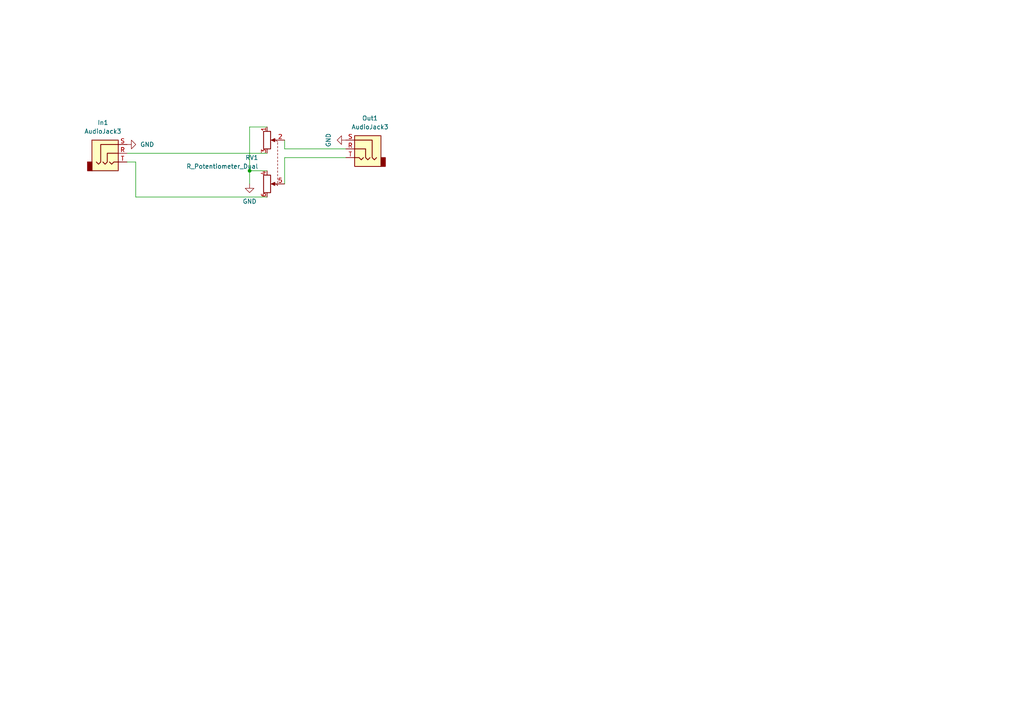
<source format=kicad_sch>
(kicad_sch
	(version 20231120)
	(generator "eeschema")
	(generator_version "8.0")
	(uuid "8d27639f-e7ce-4911-832a-6b03487c1d69")
	(paper "A4")
	(lib_symbols
		(symbol "Connector_Audio:AudioJack3"
			(exclude_from_sim no)
			(in_bom yes)
			(on_board yes)
			(property "Reference" "J"
				(at 0 8.89 0)
				(effects
					(font
						(size 1.27 1.27)
					)
				)
			)
			(property "Value" "AudioJack3"
				(at 0 6.35 0)
				(effects
					(font
						(size 1.27 1.27)
					)
				)
			)
			(property "Footprint" ""
				(at 0 0 0)
				(effects
					(font
						(size 1.27 1.27)
					)
					(hide yes)
				)
			)
			(property "Datasheet" "~"
				(at 0 0 0)
				(effects
					(font
						(size 1.27 1.27)
					)
					(hide yes)
				)
			)
			(property "Description" "Audio Jack, 3 Poles (Stereo / TRS)"
				(at 0 0 0)
				(effects
					(font
						(size 1.27 1.27)
					)
					(hide yes)
				)
			)
			(property "ki_keywords" "audio jack receptacle stereo headphones phones TRS connector"
				(at 0 0 0)
				(effects
					(font
						(size 1.27 1.27)
					)
					(hide yes)
				)
			)
			(property "ki_fp_filters" "Jack*"
				(at 0 0 0)
				(effects
					(font
						(size 1.27 1.27)
					)
					(hide yes)
				)
			)
			(symbol "AudioJack3_0_1"
				(rectangle
					(start -5.08 -5.08)
					(end -6.35 -2.54)
					(stroke
						(width 0.254)
						(type default)
					)
					(fill
						(type outline)
					)
				)
				(polyline
					(pts
						(xy 0 -2.54) (xy 0.635 -3.175) (xy 1.27 -2.54) (xy 2.54 -2.54)
					)
					(stroke
						(width 0.254)
						(type default)
					)
					(fill
						(type none)
					)
				)
				(polyline
					(pts
						(xy -1.905 -2.54) (xy -1.27 -3.175) (xy -0.635 -2.54) (xy -0.635 0) (xy 2.54 0)
					)
					(stroke
						(width 0.254)
						(type default)
					)
					(fill
						(type none)
					)
				)
				(polyline
					(pts
						(xy 2.54 2.54) (xy -2.54 2.54) (xy -2.54 -2.54) (xy -3.175 -3.175) (xy -3.81 -2.54)
					)
					(stroke
						(width 0.254)
						(type default)
					)
					(fill
						(type none)
					)
				)
				(rectangle
					(start 2.54 3.81)
					(end -5.08 -5.08)
					(stroke
						(width 0.254)
						(type default)
					)
					(fill
						(type background)
					)
				)
			)
			(symbol "AudioJack3_1_1"
				(pin passive line
					(at 5.08 0 180)
					(length 2.54)
					(name "~"
						(effects
							(font
								(size 1.27 1.27)
							)
						)
					)
					(number "R"
						(effects
							(font
								(size 1.27 1.27)
							)
						)
					)
				)
				(pin passive line
					(at 5.08 2.54 180)
					(length 2.54)
					(name "~"
						(effects
							(font
								(size 1.27 1.27)
							)
						)
					)
					(number "S"
						(effects
							(font
								(size 1.27 1.27)
							)
						)
					)
				)
				(pin passive line
					(at 5.08 -2.54 180)
					(length 2.54)
					(name "~"
						(effects
							(font
								(size 1.27 1.27)
							)
						)
					)
					(number "T"
						(effects
							(font
								(size 1.27 1.27)
							)
						)
					)
				)
			)
		)
		(symbol "Device:R_Potentiometer_Dual"
			(pin_names
				(offset 1.016) hide)
			(exclude_from_sim no)
			(in_bom yes)
			(on_board yes)
			(property "Reference" "RV"
				(at 0 3.81 0)
				(effects
					(font
						(size 1.27 1.27)
					)
				)
			)
			(property "Value" "R_Potentiometer_Dual"
				(at 0 1.905 0)
				(effects
					(font
						(size 1.27 1.27)
					)
				)
			)
			(property "Footprint" ""
				(at 6.35 -1.905 0)
				(effects
					(font
						(size 1.27 1.27)
					)
					(hide yes)
				)
			)
			(property "Datasheet" "~"
				(at 6.35 -1.905 0)
				(effects
					(font
						(size 1.27 1.27)
					)
					(hide yes)
				)
			)
			(property "Description" "Dual potentiometer"
				(at 0 0 0)
				(effects
					(font
						(size 1.27 1.27)
					)
					(hide yes)
				)
			)
			(property "ki_keywords" "resistor variable"
				(at 0 0 0)
				(effects
					(font
						(size 1.27 1.27)
					)
					(hide yes)
				)
			)
			(property "ki_fp_filters" "Potentiometer*"
				(at 0 0 0)
				(effects
					(font
						(size 1.27 1.27)
					)
					(hide yes)
				)
			)
			(symbol "R_Potentiometer_Dual_0_1"
				(rectangle
					(start -8.89 -1.524)
					(end -3.81 -3.556)
					(stroke
						(width 0.254)
						(type default)
					)
					(fill
						(type none)
					)
				)
				(polyline
					(pts
						(xy -6.35 0) (xy -6.35 -1.016)
					)
					(stroke
						(width 0)
						(type default)
					)
					(fill
						(type none)
					)
				)
				(polyline
					(pts
						(xy -6.35 0) (xy -6.35 -1.016)
					)
					(stroke
						(width 0)
						(type default)
					)
					(fill
						(type none)
					)
				)
				(polyline
					(pts
						(xy -6.35 0) (xy -5.842 0.508)
					)
					(stroke
						(width 0)
						(type default)
					)
					(fill
						(type none)
					)
				)
				(polyline
					(pts
						(xy -5.588 0.508) (xy -5.08 0.508)
					)
					(stroke
						(width 0)
						(type default)
					)
					(fill
						(type none)
					)
				)
				(polyline
					(pts
						(xy -4.572 0.508) (xy -4.064 0.508)
					)
					(stroke
						(width 0)
						(type default)
					)
					(fill
						(type none)
					)
				)
				(polyline
					(pts
						(xy -3.556 0.508) (xy -3.048 0.508)
					)
					(stroke
						(width 0)
						(type default)
					)
					(fill
						(type none)
					)
				)
				(polyline
					(pts
						(xy -2.54 0.508) (xy -2.032 0.508)
					)
					(stroke
						(width 0)
						(type default)
					)
					(fill
						(type none)
					)
				)
				(polyline
					(pts
						(xy -1.524 0.508) (xy -1.016 0.508)
					)
					(stroke
						(width 0)
						(type default)
					)
					(fill
						(type none)
					)
				)
				(polyline
					(pts
						(xy -0.508 0.508) (xy 0 0.508)
					)
					(stroke
						(width 0)
						(type default)
					)
					(fill
						(type none)
					)
				)
				(polyline
					(pts
						(xy 0.508 0.508) (xy 1.016 0.508)
					)
					(stroke
						(width 0)
						(type default)
					)
					(fill
						(type none)
					)
				)
				(polyline
					(pts
						(xy 1.524 0.508) (xy 2.032 0.508)
					)
					(stroke
						(width 0)
						(type default)
					)
					(fill
						(type none)
					)
				)
				(polyline
					(pts
						(xy 2.54 0.508) (xy 3.048 0.508)
					)
					(stroke
						(width 0)
						(type default)
					)
					(fill
						(type none)
					)
				)
				(polyline
					(pts
						(xy 3.556 0.508) (xy 4.064 0.508)
					)
					(stroke
						(width 0)
						(type default)
					)
					(fill
						(type none)
					)
				)
				(polyline
					(pts
						(xy 4.572 0.508) (xy 5.08 0.508)
					)
					(stroke
						(width 0)
						(type default)
					)
					(fill
						(type none)
					)
				)
				(polyline
					(pts
						(xy 5.588 0.508) (xy 6.096 0.508)
					)
					(stroke
						(width 0)
						(type default)
					)
					(fill
						(type none)
					)
				)
				(polyline
					(pts
						(xy 6.35 0) (xy 6.35 -1.016)
					)
					(stroke
						(width 0)
						(type default)
					)
					(fill
						(type none)
					)
				)
				(polyline
					(pts
						(xy 6.35 0) (xy 6.35 -1.016)
					)
					(stroke
						(width 0)
						(type default)
					)
					(fill
						(type none)
					)
				)
				(polyline
					(pts
						(xy 6.604 0.508) (xy 6.858 0.508) (xy 6.35 0)
					)
					(stroke
						(width 0)
						(type default)
					)
					(fill
						(type none)
					)
				)
				(polyline
					(pts
						(xy -6.35 -1.397) (xy -6.858 -0.254) (xy -5.842 -0.254) (xy -6.35 -1.397)
					)
					(stroke
						(width 0)
						(type default)
					)
					(fill
						(type outline)
					)
				)
				(polyline
					(pts
						(xy 6.35 -1.397) (xy 5.842 -0.254) (xy 6.858 -0.254) (xy 6.35 -1.397)
					)
					(stroke
						(width 0)
						(type default)
					)
					(fill
						(type outline)
					)
				)
				(rectangle
					(start 3.81 -1.524)
					(end 8.89 -3.556)
					(stroke
						(width 0.254)
						(type default)
					)
					(fill
						(type none)
					)
				)
			)
			(symbol "R_Potentiometer_Dual_1_1"
				(pin passive line
					(at -10.16 -2.54 0)
					(length 1.27)
					(name "1"
						(effects
							(font
								(size 1.27 1.27)
							)
						)
					)
					(number "1"
						(effects
							(font
								(size 1.27 1.27)
							)
						)
					)
				)
				(pin passive line
					(at -6.35 2.54 270)
					(length 2.54)
					(name "2"
						(effects
							(font
								(size 1.27 1.27)
							)
						)
					)
					(number "2"
						(effects
							(font
								(size 1.27 1.27)
							)
						)
					)
				)
				(pin passive line
					(at -2.54 -2.54 180)
					(length 1.27)
					(name "3"
						(effects
							(font
								(size 1.27 1.27)
							)
						)
					)
					(number "3"
						(effects
							(font
								(size 1.27 1.27)
							)
						)
					)
				)
				(pin passive line
					(at 2.54 -2.54 0)
					(length 1.27)
					(name "4"
						(effects
							(font
								(size 1.27 1.27)
							)
						)
					)
					(number "4"
						(effects
							(font
								(size 1.27 1.27)
							)
						)
					)
				)
				(pin passive line
					(at 6.35 2.54 270)
					(length 2.54)
					(name "5"
						(effects
							(font
								(size 1.27 1.27)
							)
						)
					)
					(number "5"
						(effects
							(font
								(size 1.27 1.27)
							)
						)
					)
				)
				(pin passive line
					(at 10.16 -2.54 180)
					(length 1.27)
					(name "6"
						(effects
							(font
								(size 1.27 1.27)
							)
						)
					)
					(number "6"
						(effects
							(font
								(size 1.27 1.27)
							)
						)
					)
				)
			)
		)
		(symbol "PCM_4ms_Power-symbol:GND"
			(power)
			(pin_names
				(offset 0)
			)
			(exclude_from_sim no)
			(in_bom yes)
			(on_board yes)
			(property "Reference" "#PWR"
				(at 0 -6.35 0)
				(effects
					(font
						(size 1.27 1.27)
					)
					(hide yes)
				)
			)
			(property "Value" "GND"
				(at 0 -3.81 0)
				(effects
					(font
						(size 1.27 1.27)
					)
				)
			)
			(property "Footprint" ""
				(at 0 0 0)
				(effects
					(font
						(size 1.27 1.27)
					)
					(hide yes)
				)
			)
			(property "Datasheet" ""
				(at 0 0 0)
				(effects
					(font
						(size 1.27 1.27)
					)
					(hide yes)
				)
			)
			(property "Description" ""
				(at 0 0 0)
				(effects
					(font
						(size 1.27 1.27)
					)
					(hide yes)
				)
			)
			(symbol "GND_0_1"
				(polyline
					(pts
						(xy 0 0) (xy 0 -1.27) (xy 1.27 -1.27) (xy 0 -2.54) (xy -1.27 -1.27) (xy 0 -1.27)
					)
					(stroke
						(width 0)
						(type default)
					)
					(fill
						(type none)
					)
				)
			)
			(symbol "GND_1_1"
				(pin power_in line
					(at 0 0 270)
					(length 0) hide
					(name "GND"
						(effects
							(font
								(size 1.27 1.27)
							)
						)
					)
					(number "1"
						(effects
							(font
								(size 1.27 1.27)
							)
						)
					)
				)
			)
		)
	)
	(junction
		(at 72.39 49.53)
		(diameter 0)
		(color 0 0 0 0)
		(uuid "be154840-52ee-4ed0-9b64-3b645532c2fc")
	)
	(wire
		(pts
			(xy 82.55 45.72) (xy 100.33 45.72)
		)
		(stroke
			(width 0)
			(type default)
		)
		(uuid "14f8c075-0206-4eb4-8bb1-351e912f3611")
	)
	(wire
		(pts
			(xy 39.37 57.15) (xy 77.47 57.15)
		)
		(stroke
			(width 0)
			(type default)
		)
		(uuid "32522191-1fea-46e9-9035-afbf9d1eef64")
	)
	(wire
		(pts
			(xy 39.37 46.99) (xy 39.37 57.15)
		)
		(stroke
			(width 0)
			(type default)
		)
		(uuid "3ae6395f-f2a1-4674-9d92-1ee6686e8029")
	)
	(wire
		(pts
			(xy 82.55 43.18) (xy 100.33 43.18)
		)
		(stroke
			(width 0)
			(type default)
		)
		(uuid "3c0784d2-47d0-498c-b1aa-642b670e7f4b")
	)
	(wire
		(pts
			(xy 77.47 36.83) (xy 72.39 36.83)
		)
		(stroke
			(width 0)
			(type default)
		)
		(uuid "5ed4269e-0180-4113-bda4-249dd2f6954a")
	)
	(wire
		(pts
			(xy 77.47 49.53) (xy 72.39 49.53)
		)
		(stroke
			(width 0)
			(type default)
		)
		(uuid "8866254b-577f-41f2-b32e-f4e369389163")
	)
	(wire
		(pts
			(xy 72.39 36.83) (xy 72.39 49.53)
		)
		(stroke
			(width 0)
			(type default)
		)
		(uuid "a7a89ecd-5700-437d-900a-032fe3245052")
	)
	(wire
		(pts
			(xy 82.55 53.34) (xy 82.55 45.72)
		)
		(stroke
			(width 0)
			(type default)
		)
		(uuid "b694d2a5-28d5-4a8e-ad20-c8a0b4ac87cc")
	)
	(wire
		(pts
			(xy 72.39 49.53) (xy 72.39 53.34)
		)
		(stroke
			(width 0)
			(type default)
		)
		(uuid "b99d86bb-6022-465c-a151-70dc4e6cd4fd")
	)
	(wire
		(pts
			(xy 39.37 46.99) (xy 36.83 46.99)
		)
		(stroke
			(width 0)
			(type default)
		)
		(uuid "cba66125-5288-410d-a965-04d3743cdd5e")
	)
	(wire
		(pts
			(xy 82.55 40.64) (xy 82.55 43.18)
		)
		(stroke
			(width 0)
			(type default)
		)
		(uuid "dfd9445c-9847-4551-8cef-4ffdc39a3cbf")
	)
	(wire
		(pts
			(xy 36.83 44.45) (xy 77.47 44.45)
		)
		(stroke
			(width 0)
			(type default)
		)
		(uuid "e5892486-bb3f-48a5-a1eb-c5fa9c6ee74c")
	)
	(symbol
		(lib_id "PCM_4ms_Power-symbol:GND")
		(at 36.83 41.91 90)
		(unit 1)
		(exclude_from_sim no)
		(in_bom yes)
		(on_board yes)
		(dnp no)
		(fields_autoplaced yes)
		(uuid "16ff9c13-0889-4c1a-904e-351cbbce2900")
		(property "Reference" "#PWR01"
			(at 43.18 41.91 0)
			(effects
				(font
					(size 1.27 1.27)
				)
				(hide yes)
			)
		)
		(property "Value" "GND"
			(at 40.64 41.9099 90)
			(effects
				(font
					(size 1.27 1.27)
				)
				(justify right)
			)
		)
		(property "Footprint" ""
			(at 36.83 41.91 0)
			(effects
				(font
					(size 1.27 1.27)
				)
				(hide yes)
			)
		)
		(property "Datasheet" ""
			(at 36.83 41.91 0)
			(effects
				(font
					(size 1.27 1.27)
				)
				(hide yes)
			)
		)
		(property "Description" ""
			(at 36.83 41.91 0)
			(effects
				(font
					(size 1.27 1.27)
				)
				(hide yes)
			)
		)
		(pin "1"
			(uuid "0c790e63-1255-40ce-9ad1-f7017c404770")
		)
		(instances
			(project "Vader_Fader"
				(path "/8d27639f-e7ce-4911-832a-6b03487c1d69"
					(reference "#PWR01")
					(unit 1)
				)
			)
		)
	)
	(symbol
		(lib_id "Connector_Audio:AudioJack3")
		(at 105.41 43.18 0)
		(mirror y)
		(unit 1)
		(exclude_from_sim no)
		(in_bom yes)
		(on_board yes)
		(dnp no)
		(uuid "44b36277-280c-429a-9734-34397c9e9452")
		(property "Reference" "Out1"
			(at 107.315 34.29 0)
			(effects
				(font
					(size 1.27 1.27)
				)
			)
		)
		(property "Value" "AudioJack3"
			(at 107.315 36.83 0)
			(effects
				(font
					(size 1.27 1.27)
				)
			)
		)
		(property "Footprint" "mort_mix:Jack_3.5mm_QingPu_WQP-PJ366ST_Vertical"
			(at 105.41 43.18 0)
			(effects
				(font
					(size 1.27 1.27)
				)
				(hide yes)
			)
		)
		(property "Datasheet" "~"
			(at 105.41 43.18 0)
			(effects
				(font
					(size 1.27 1.27)
				)
				(hide yes)
			)
		)
		(property "Description" "Audio Jack, 3 Poles (Stereo / TRS)"
			(at 105.41 43.18 0)
			(effects
				(font
					(size 1.27 1.27)
				)
				(hide yes)
			)
		)
		(pin "R"
			(uuid "287200ae-c4e3-4864-8f18-3f4a9354d383")
		)
		(pin "S"
			(uuid "7be0f130-87ac-4379-9c3b-2bfa6c4837fb")
		)
		(pin "T"
			(uuid "19ac662d-9555-4f16-969c-0740272bce72")
		)
		(instances
			(project "Vader_Fader"
				(path "/8d27639f-e7ce-4911-832a-6b03487c1d69"
					(reference "Out1")
					(unit 1)
				)
			)
		)
	)
	(symbol
		(lib_id "PCM_4ms_Power-symbol:GND")
		(at 72.39 53.34 0)
		(unit 1)
		(exclude_from_sim no)
		(in_bom yes)
		(on_board yes)
		(dnp no)
		(fields_autoplaced yes)
		(uuid "ac68c30b-ae10-4d63-b881-7f0fa4ef9272")
		(property "Reference" "#PWR09"
			(at 72.39 59.69 0)
			(effects
				(font
					(size 1.27 1.27)
				)
				(hide yes)
			)
		)
		(property "Value" "GND"
			(at 72.39 58.42 0)
			(effects
				(font
					(size 1.27 1.27)
				)
			)
		)
		(property "Footprint" ""
			(at 72.39 53.34 0)
			(effects
				(font
					(size 1.27 1.27)
				)
				(hide yes)
			)
		)
		(property "Datasheet" ""
			(at 72.39 53.34 0)
			(effects
				(font
					(size 1.27 1.27)
				)
				(hide yes)
			)
		)
		(property "Description" ""
			(at 72.39 53.34 0)
			(effects
				(font
					(size 1.27 1.27)
				)
				(hide yes)
			)
		)
		(pin "1"
			(uuid "a8268fd4-f201-4f40-a57a-5349a8d4009e")
		)
		(instances
			(project "Vader_Fader"
				(path "/8d27639f-e7ce-4911-832a-6b03487c1d69"
					(reference "#PWR09")
					(unit 1)
				)
			)
		)
	)
	(symbol
		(lib_id "PCM_4ms_Power-symbol:GND")
		(at 100.33 40.64 270)
		(mirror x)
		(unit 1)
		(exclude_from_sim no)
		(in_bom yes)
		(on_board yes)
		(dnp no)
		(fields_autoplaced yes)
		(uuid "ba242738-4cd0-42b1-9e5a-4be806b838f0")
		(property "Reference" "#PWR017"
			(at 93.98 40.64 0)
			(effects
				(font
					(size 1.27 1.27)
				)
				(hide yes)
			)
		)
		(property "Value" "GND"
			(at 95.25 40.64 0)
			(effects
				(font
					(size 1.27 1.27)
				)
			)
		)
		(property "Footprint" ""
			(at 100.33 40.64 0)
			(effects
				(font
					(size 1.27 1.27)
				)
				(hide yes)
			)
		)
		(property "Datasheet" ""
			(at 100.33 40.64 0)
			(effects
				(font
					(size 1.27 1.27)
				)
				(hide yes)
			)
		)
		(property "Description" ""
			(at 100.33 40.64 0)
			(effects
				(font
					(size 1.27 1.27)
				)
				(hide yes)
			)
		)
		(pin "1"
			(uuid "9c9cc2e0-26cb-4072-b4fa-ae8d8ae39be9")
		)
		(instances
			(project "Vader_Fader"
				(path "/8d27639f-e7ce-4911-832a-6b03487c1d69"
					(reference "#PWR017")
					(unit 1)
				)
			)
		)
	)
	(symbol
		(lib_id "Connector_Audio:AudioJack3")
		(at 31.75 44.45 0)
		(unit 1)
		(exclude_from_sim no)
		(in_bom yes)
		(on_board yes)
		(dnp no)
		(fields_autoplaced yes)
		(uuid "beaf437f-ef5d-48a7-ace0-5b98bd0797c6")
		(property "Reference" "In1"
			(at 29.845 35.56 0)
			(effects
				(font
					(size 1.27 1.27)
				)
			)
		)
		(property "Value" "AudioJack3"
			(at 29.845 38.1 0)
			(effects
				(font
					(size 1.27 1.27)
				)
			)
		)
		(property "Footprint" "mort_mix:Jack_3.5mm_QingPu_WQP-PJ366ST_Vertical"
			(at 31.75 44.45 0)
			(effects
				(font
					(size 1.27 1.27)
				)
				(hide yes)
			)
		)
		(property "Datasheet" "~"
			(at 31.75 44.45 0)
			(effects
				(font
					(size 1.27 1.27)
				)
				(hide yes)
			)
		)
		(property "Description" "Audio Jack, 3 Poles (Stereo / TRS)"
			(at 31.75 44.45 0)
			(effects
				(font
					(size 1.27 1.27)
				)
				(hide yes)
			)
		)
		(pin "R"
			(uuid "bb5bdff5-cc20-4218-8376-c9ea56363c78")
		)
		(pin "S"
			(uuid "ab5c4b81-cea5-42e6-b681-cc422aec0345")
		)
		(pin "T"
			(uuid "ef06afa5-d4a4-494c-9d6a-6d3c2ebb52d1")
		)
		(instances
			(project "Vader_Fader"
				(path "/8d27639f-e7ce-4911-832a-6b03487c1d69"
					(reference "In1")
					(unit 1)
				)
			)
		)
	)
	(symbol
		(lib_id "Device:R_Potentiometer_Dual")
		(at 80.01 46.99 270)
		(unit 1)
		(exclude_from_sim no)
		(in_bom yes)
		(on_board yes)
		(dnp no)
		(fields_autoplaced yes)
		(uuid "df5877d9-cd23-45e1-8208-24cf1f05cd82")
		(property "Reference" "RV1"
			(at 74.93 45.7199 90)
			(effects
				(font
					(size 1.27 1.27)
				)
				(justify right)
			)
		)
		(property "Value" "R_Potentiometer_Dual"
			(at 74.93 48.2599 90)
			(effects
				(font
					(size 1.27 1.27)
				)
				(justify right)
			)
		)
		(property "Footprint" "mort_mix:alps-RS60112-fader"
			(at 78.105 53.34 0)
			(effects
				(font
					(size 1.27 1.27)
				)
				(hide yes)
			)
		)
		(property "Datasheet" "~"
			(at 78.105 53.34 0)
			(effects
				(font
					(size 1.27 1.27)
				)
				(hide yes)
			)
		)
		(property "Description" "Dual potentiometer"
			(at 80.01 46.99 0)
			(effects
				(font
					(size 1.27 1.27)
				)
				(hide yes)
			)
		)
		(pin "4"
			(uuid "94fbdd4d-1615-4af0-8581-596dbbe00f04")
		)
		(pin "1"
			(uuid "dd6716be-be2e-4fc3-9c61-3b2543b49173")
		)
		(pin "2"
			(uuid "7c60c21d-da90-4239-81a3-e14f825bc66d")
		)
		(pin "3"
			(uuid "2bc27c4d-1cd2-49b7-aca2-5551f3f7950b")
		)
		(pin "5"
			(uuid "a4ce369c-e95e-4577-acc0-b411f0a32fde")
		)
		(pin "6"
			(uuid "53b7e31a-3553-4833-86f7-fbed658c4174")
		)
		(instances
			(project "Vader_Fader"
				(path "/8d27639f-e7ce-4911-832a-6b03487c1d69"
					(reference "RV1")
					(unit 1)
				)
			)
		)
	)
	(sheet_instances
		(path "/"
			(page "1")
		)
	)
)
</source>
